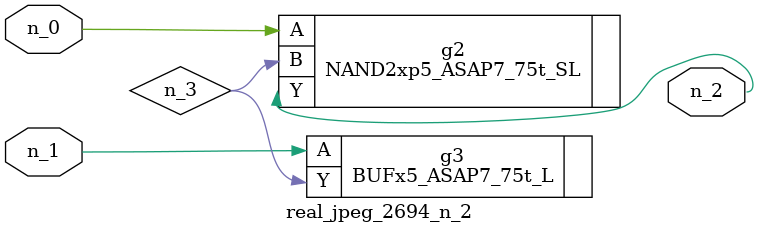
<source format=v>
module real_jpeg_2694_n_2 (n_1, n_0, n_2);

input n_1;
input n_0;

output n_2;

wire n_3;

NAND2xp5_ASAP7_75t_SL g2 ( 
.A(n_0),
.B(n_3),
.Y(n_2)
);

BUFx5_ASAP7_75t_L g3 ( 
.A(n_1),
.Y(n_3)
);


endmodule
</source>
